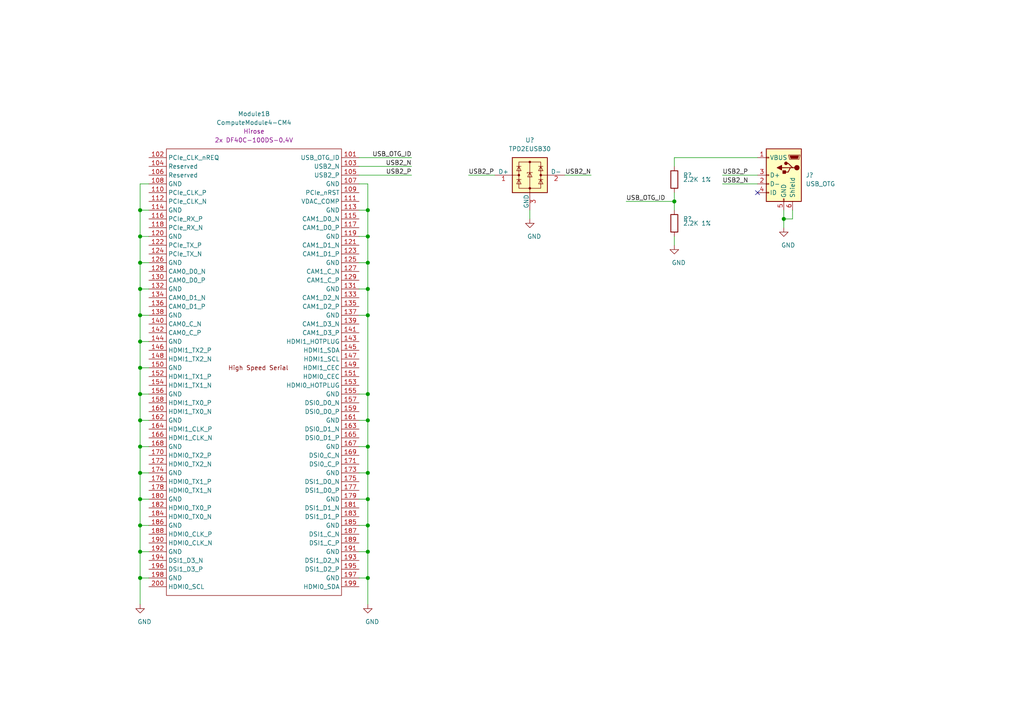
<source format=kicad_sch>
(kicad_sch (version 20201015) (generator eeschema)
  (page 1 3)
  (paper "A4")
  (title_block (title "Raspberry Pi Compute Module 4 Carrier Template") (date "2020-10-31") (rev "v01") (comment 2 "creativecommons.org/licenses/by-sa/4.0") (comment 3 "License: CC BY-SA 4.0") (comment 4 "Author: Shawn Hymel"))
  (lib_symbols
    (symbol "CM4IO:ComputeModule4-CM4"
      (property "Reference" "Module" (at 113.03 -68.58 0))
      (property "Value" "ComputeModule4-CM4" (at 140.97 2.54 0))
      (property "Manufacturer" "Hirose" (at 0 0 0))
      (property "MPN" "2x DF40C-100DS-0.4V" (at 0 -2.54 0))
      (property "MPN (Alt)" "2x DF40HC(3.0)-100DS-0.4V" (at 0 0 0))
      (symbol "ComputeModule4-CM4_1_0"
        (text "GPIO" (at 0 6.35 0) (effects (font (size 1.27 1.27))))
      )
      (symbol "ComputeModule4-CM4_1_1"
        (text "600mA Max" (at -8.89 -53.34 0) (effects (font (size 1.27 1.27))))
        (text "600mA Max" (at -8.89 -48.26 0) (effects (font (size 1.27 1.27))))
        (text "NB SD signals are only available" (at -1.27 -27.94 0) (effects (font (size 1.27 1.27))))
        (text "on modules without eMMC" (at -1.27 -30.48 0) (effects (font (size 1.27 1.27))))
        (rectangle (start -30.48 -71.12) (end 25.4 58.42))
        (pin power_in line (at 27.94 55.88 180) (length 2.54) (name "GND") (number "1"))
        (pin passive line (at -33.02 45.72 0) (length 2.54) (name "Ethernet_Pair0_N") (number "10"))
        (pin output line (at -33.02 -68.58 0) (length 2.54) (name "nEXTRST") (number "100"))
        (pin passive line (at 27.94 43.18 180) (length 2.54) (name "Ethernet_Pair2_P") (number "11"))
        (pin passive line (at -33.02 43.18 0) (length 2.54) (name "Ethernet_Pair0_P") (number "12"))
        (pin power_in line (at 27.94 40.64 180) (length 2.54) (name "GND") (number "13"))
        (pin power_in line (at -33.02 40.64 0) (length 2.54) (name "GND") (number "14"))
        (pin output line (at 27.94 38.1 180) (length 2.54) (name "Ethernet_nLED3(3.3v)") (number "15"))
        (pin input line (at -33.02 38.1 0) (length 2.54) (name "Ethernet_SYNC_IN(1.8v)") (number "16"))
        (pin output line (at 27.94 35.56 180) (length 2.54) (name "Ethernet_nLED2(3.3v)") (number "17"))
        (pin input line (at -33.02 35.56 0) (length 2.54) (name "Ethernet_SYNC_OUT(1.8v)") (number "18"))
        (pin output line (at 27.94 33.02 180) (length 2.54) (name "Ethernet_nLED1(3.3v)") (number "19"))
        (pin power_in line (at -33.02 55.88 0) (length 2.54) (name "GND") (number "2"))
        (pin passive line (at -33.02 33.02 0) (length 2.54) (name "EEPROM_nWP") (number "20"))
        (pin open_collector line (at 27.94 30.48 180) (length 2.54) (name "PI_nLED_Activity") (number "21"))
        (pin power_in line (at -33.02 30.48 0) (length 2.54) (name "GND") (number "22"))
        (pin power_in line (at 27.94 27.94 180) (length 2.54) (name "GND") (number "23"))
        (pin passive line (at -33.02 27.94 0) (length 2.54) (name "GPIO26") (number "24"))
        (pin passive line (at 27.94 25.4 180) (length 2.54) (name "GPIO21") (number "25"))
        (pin passive line (at -33.02 25.4 0) (length 2.54) (name "GPIO19") (number "26"))
        (pin passive line (at 27.94 22.86 180) (length 2.54) (name "GPIO20") (number "27"))
        (pin passive line (at -33.02 22.86 0) (length 2.54) (name "GPIO13") (number "28"))
        (pin passive line (at 27.94 20.32 180) (length 2.54) (name "GPIO16") (number "29"))
        (pin passive line (at 27.94 53.34 180) (length 2.54) (name "Ethernet_Pair3_P") (number "3"))
        (pin passive line (at -33.02 20.32 0) (length 2.54) (name "GPIO6") (number "30"))
        (pin passive line (at 27.94 17.78 180) (length 2.54) (name "GPIO12") (number "31"))
        (pin power_in line (at -33.02 17.78 0) (length 2.54) (name "GND") (number "32"))
        (pin power_in line (at 27.94 15.24 180) (length 2.54) (name "GND") (number "33"))
        (pin passive line (at -33.02 15.24 0) (length 2.54) (name "GPIO5") (number "34"))
        (pin passive line (at 27.94 12.7 180) (length 2.54) (name "ID_SC") (number "35"))
        (pin passive line (at -33.02 12.7 0) (length 2.54) (name "ID_SD") (number "36"))
        (pin passive line (at 27.94 10.16 180) (length 2.54) (name "GPIO7") (number "37"))
        (pin passive line (at -33.02 10.16 0) (length 2.54) (name "GPIO11") (number "38"))
        (pin passive line (at 27.94 7.62 180) (length 2.54) (name "GPIO8") (number "39"))
        (pin passive line (at -33.02 53.34 0) (length 2.54) (name "Ethernet_Pair1_P") (number "4"))
        (pin passive line (at -33.02 7.62 0) (length 2.54) (name "GPIO9") (number "40"))
        (pin passive line (at 27.94 5.08 180) (length 2.54) (name "GPIO25") (number "41"))
        (pin power_in line (at -33.02 5.08 0) (length 2.54) (name "GND") (number "42"))
        (pin power_in line (at 27.94 2.54 180) (length 2.54) (name "GND") (number "43"))
        (pin passive line (at -33.02 2.54 0) (length 2.54) (name "GPIO10") (number "44"))
        (pin passive line (at 27.94 0 180) (length 2.54) (name "GPIO24") (number "45"))
        (pin passive line (at -33.02 0 0) (length 2.54) (name "GPIO22") (number "46"))
        (pin passive line (at 27.94 -2.54 180) (length 2.54) (name "GPIO23") (number "47"))
        (pin passive line (at -33.02 -2.54 0) (length 2.54) (name "GPIO27") (number "48"))
        (pin passive line (at 27.94 -5.08 180) (length 2.54) (name "GPIO18") (number "49"))
        (pin passive line (at 27.94 50.8 180) (length 2.54) (name "Ethernet_Pair3_N") (number "5"))
        (pin passive line (at -33.02 -5.08 0) (length 2.54) (name "GPIO17") (number "50"))
        (pin passive line (at 27.94 -7.62 180) (length 2.54) (name "GPIO15") (number "51"))
        (pin power_in line (at -33.02 -7.62 0) (length 2.54) (name "GND") (number "52"))
        (pin power_in line (at 27.94 -10.16 180) (length 2.54) (name "GND") (number "53"))
        (pin passive line (at -33.02 -10.16 0) (length 2.54) (name "GPIO4") (number "54"))
        (pin passive line (at 27.94 -12.7 180) (length 2.54) (name "GPIO14") (number "55"))
        (pin passive line (at -33.02 -12.7 0) (length 2.54) (name "GPIO3") (number "56"))
        (pin passive line (at 27.94 -15.24 180) (length 2.54) (name "SD_CLK") (number "57"))
        (pin passive line (at -33.02 -15.24 0) (length 2.54) (name "GPIO2") (number "58"))
        (pin power_in line (at 27.94 -17.78 180) (length 2.54) (name "GND") (number "59"))
        (pin passive line (at -33.02 50.8 0) (length 2.54) (name "Ethernet_Pair1_N") (number "6"))
        (pin power_in line (at -33.02 -17.78 0) (length 2.54) (name "GND") (number "60"))
        (pin passive line (at 27.94 -20.32 180) (length 2.54) (name "SD_DAT3") (number "61"))
        (pin passive line (at -33.02 -20.32 0) (length 2.54) (name "SD_CMD") (number "62"))
        (pin passive line (at 27.94 -22.86 180) (length 2.54) (name "SD_DAT0") (number "63"))
        (pin passive line (at -33.02 -22.86 0) (length 2.54) (name "SD_DAT5") (number "64"))
        (pin power_in line (at 27.94 -25.4 180) (length 2.54) (name "GND") (number "65"))
        (pin power_in line (at -33.02 -25.4 0) (length 2.54) (name "GND") (number "66"))
        (pin passive line (at 27.94 -27.94 180) (length 2.54) (name "SD_DAT1") (number "67"))
        (pin passive line (at -33.02 -27.94 0) (length 2.54) (name "SD_DAT4") (number "68"))
        (pin passive line (at 27.94 -30.48 180) (length 2.54) (name "SD_DAT2") (number "69"))
        (pin power_in line (at 27.94 48.26 180) (length 2.54) (name "GND") (number "7"))
        (pin passive line (at -33.02 -30.48 0) (length 2.54) (name "SD_DAT7") (number "70"))
        (pin power_in line (at 27.94 -33.02 180) (length 2.54) (name "GND") (number "71"))
        (pin passive line (at -33.02 -33.02 0) (length 2.54) (name "SD_DAT6") (number "72"))
        (pin input line (at 27.94 -35.56 180) (length 2.54) (name "SD_VDD_Override") (number "73"))
        (pin power_in line (at -33.02 -35.56 0) (length 2.54) (name "GND") (number "74"))
        (pin output line (at 27.94 -38.1 180) (length 2.54) (name "SD_PWR_ON") (number "75"))
        (pin passive line (at -33.02 -38.1 0) (length 2.54) (name "Reserved") (number "76"))
        (pin power_in line (at 27.94 -40.64 180) (length 2.54) (name "+5v_(Input)") (number "77"))
        (pin power_in line (at -33.02 -40.64 0) (length 2.54) (name "GPIO_VREF(1.8v/3.3v_Input)") (number "78"))
        (pin power_in line (at 27.94 -43.18 180) (length 2.54) (name "+5v_(Input)") (number "79"))
        (pin power_in line (at -33.02 48.26 0) (length 2.54) (name "GND") (number "8"))
        (pin passive line (at -33.02 -43.18 0) (length 2.54) (name "SCL0") (number "80"))
        (pin power_in line (at 27.94 -45.72 180) (length 2.54) (name "+5v_(Input)") (number "81"))
        (pin passive line (at -33.02 -45.72 0) (length 2.54) (name "SDA0") (number "82"))
        (pin power_in line (at 27.94 -48.26 180) (length 2.54) (name "+5v_(Input)") (number "83"))
        (pin power_out line (at -33.02 -48.26 0) (length 2.54) (name "+3.3v_(Output)") (number "84"))
        (pin power_in line (at 27.94 -50.8 180) (length 2.54) (name "+5v_(Input)") (number "85"))
        (pin power_out line (at -33.02 -50.8 0) (length 2.54) (name "+3.3v_(Output)") (number "86"))
        (pin power_in line (at 27.94 -53.34 180) (length 2.54) (name "+5v_(Input)") (number "87"))
        (pin power_out line (at -33.02 -53.34 0) (length 2.54) (name "+1.8v_(Output)") (number "88"))
        (pin power_in line (at 27.94 -55.88 180) (length 2.54) (name "WiFi_nDisable") (number "89"))
        (pin passive line (at 27.94 45.72 180) (length 2.54) (name "Ethernet_Pair2_N") (number "9"))
        (pin power_out line (at -33.02 -55.88 0) (length 2.54) (name "+1.8v_(Output)") (number "90"))
        (pin power_in line (at 27.94 -58.42 180) (length 2.54) (name "BT_nDisable") (number "91"))
        (pin passive line (at -33.02 -58.42 0) (length 2.54) (name "RUN_PG") (number "92"))
        (pin input line (at 27.94 -60.96 180) (length 2.54) (name "nRPIBOOT") (number "93"))
        (pin passive line (at -33.02 -60.96 0) (length 2.54) (name "AnalogIP0") (number "94"))
        (pin output line (at 27.94 -63.5 180) (length 2.54) (name "nPI_LED_PWR") (number "95"))
        (pin passive line (at -33.02 -63.5 0) (length 2.54) (name "AnalogIP1") (number "96"))
        (pin passive line (at 27.94 -66.04 180) (length 2.54) (name "Camera_GPIO") (number "97"))
        (pin power_in line (at -33.02 -66.04 0) (length 2.54) (name "GND") (number "98"))
        (pin input line (at 27.94 -68.58 180) (length 2.54) (name "Global_EN") (number "99"))
      )
      (symbol "ComputeModule4-CM4_2_1"
        (text "High Speed Serial" (at 140.97 0 0) (effects (font (size 1.27 1.27))))
        (rectangle (start 114.3 -66.04) (end 165.1 63.5))
        (pin input line (at 170.18 60.96 180) (length 5.08) (name "USB_OTG_ID") (number "101"))
        (pin input line (at 109.22 60.96 0) (length 5.08) (name "PCIe_CLK_nREQ") (number "102"))
        (pin passive line (at 170.18 58.42 180) (length 5.08) (name "USB2_N") (number "103"))
        (pin passive line (at 109.22 58.42 0) (length 5.08) (name "Reserved") (number "104"))
        (pin passive line (at 170.18 55.88 180) (length 5.08) (name "USB2_P") (number "105"))
        (pin passive line (at 109.22 55.88 0) (length 5.08) (name "Reserved") (number "106"))
        (pin power_in line (at 170.18 53.34 180) (length 5.08) (name "GND") (number "107"))
        (pin power_in line (at 109.22 53.34 0) (length 5.08) (name "GND") (number "108"))
        (pin bidirectional line (at 170.18 50.8 180) (length 5.08) (name "PCIe_nRST") (number "109"))
        (pin output line (at 109.22 50.8 0) (length 5.08) (name "PCIe_CLK_P") (number "110"))
        (pin passive line (at 170.18 48.26 180) (length 5.08) (name "VDAC_COMP") (number "111"))
        (pin output line (at 109.22 48.26 0) (length 5.08) (name "PCIe_CLK_N") (number "112"))
        (pin power_in line (at 170.18 45.72 180) (length 5.08) (name "GND") (number "113"))
        (pin power_in line (at 109.22 45.72 0) (length 5.08) (name "GND") (number "114"))
        (pin input line (at 170.18 43.18 180) (length 5.08) (name "CAM1_D0_N") (number "115"))
        (pin input line (at 109.22 43.18 0) (length 5.08) (name "PCIe_RX_P") (number "116"))
        (pin input line (at 170.18 40.64 180) (length 5.08) (name "CAM1_D0_P") (number "117"))
        (pin input line (at 109.22 40.64 0) (length 5.08) (name "PCIe_RX_N") (number "118"))
        (pin power_in line (at 170.18 38.1 180) (length 5.08) (name "GND") (number "119"))
        (pin power_in line (at 109.22 38.1 0) (length 5.08) (name "GND") (number "120"))
        (pin input line (at 170.18 35.56 180) (length 5.08) (name "CAM1_D1_N") (number "121"))
        (pin output line (at 109.22 35.56 0) (length 5.08) (name "PCIe_TX_P") (number "122"))
        (pin input line (at 170.18 33.02 180) (length 5.08) (name "CAM1_D1_P") (number "123"))
        (pin output line (at 109.22 33.02 0) (length 5.08) (name "PCIe_TX_N") (number "124"))
        (pin power_in line (at 170.18 30.48 180) (length 5.08) (name "GND") (number "125"))
        (pin power_in line (at 109.22 30.48 0) (length 5.08) (name "GND") (number "126"))
        (pin input line (at 170.18 27.94 180) (length 5.08) (name "CAM1_C_N") (number "127"))
        (pin input line (at 109.22 27.94 0) (length 5.08) (name "CAM0_D0_N") (number "128"))
        (pin input line (at 170.18 25.4 180) (length 5.08) (name "CAM1_C_P") (number "129"))
        (pin input line (at 109.22 25.4 0) (length 5.08) (name "CAM0_D0_P") (number "130"))
        (pin power_in line (at 170.18 22.86 180) (length 5.08) (name "GND") (number "131"))
        (pin power_in line (at 109.22 22.86 0) (length 5.08) (name "GND") (number "132"))
        (pin input line (at 170.18 20.32 180) (length 5.08) (name "CAM1_D2_N") (number "133"))
        (pin input line (at 109.22 20.32 0) (length 5.08) (name "CAM0_D1_N") (number "134"))
        (pin input line (at 170.18 17.78 180) (length 5.08) (name "CAM1_D2_P") (number "135"))
        (pin input line (at 109.22 17.78 0) (length 5.08) (name "CAM0_D1_P") (number "136"))
        (pin power_in line (at 170.18 15.24 180) (length 5.08) (name "GND") (number "137"))
        (pin power_in line (at 109.22 15.24 0) (length 5.08) (name "GND") (number "138"))
        (pin input line (at 170.18 12.7 180) (length 5.08) (name "CAM1_D3_N") (number "139"))
        (pin input line (at 109.22 12.7 0) (length 5.08) (name "CAM0_C_N") (number "140"))
        (pin input line (at 170.18 10.16 180) (length 5.08) (name "CAM1_D3_P") (number "141"))
        (pin input line (at 109.22 10.16 0) (length 5.08) (name "CAM0_C_P") (number "142"))
        (pin input line (at 170.18 7.62 180) (length 5.08) (name "HDMI1_HOTPLUG") (number "143"))
        (pin power_in line (at 109.22 7.62 0) (length 5.08) (name "GND") (number "144"))
        (pin bidirectional line (at 170.18 5.08 180) (length 5.08) (name "HDMI1_SDA") (number "145"))
        (pin output line (at 109.22 5.08 0) (length 5.08) (name "HDMI1_TX2_P") (number "146"))
        (pin open_collector line (at 170.18 2.54 180) (length 5.08) (name "HDMI1_SCL") (number "147"))
        (pin output line (at 109.22 2.54 0) (length 5.08) (name "HDMI1_TX2_N") (number "148"))
        (pin open_collector line (at 170.18 0 180) (length 5.08) (name "HDMI1_CEC") (number "149"))
        (pin power_in line (at 109.22 0 0) (length 5.08) (name "GND") (number "150"))
        (pin open_collector line (at 170.18 -2.54 180) (length 5.08) (name "HDMI0_CEC") (number "151"))
        (pin output line (at 109.22 -2.54 0) (length 5.08) (name "HDMI1_TX1_P") (number "152"))
        (pin input line (at 170.18 -5.08 180) (length 5.08) (name "HDMI0_HOTPLUG") (number "153"))
        (pin output line (at 109.22 -5.08 0) (length 5.08) (name "HDMI1_TX1_N") (number "154"))
        (pin power_in line (at 170.18 -7.62 180) (length 5.08) (name "GND") (number "155"))
        (pin power_in line (at 109.22 -7.62 0) (length 5.08) (name "GND") (number "156"))
        (pin output line (at 170.18 -10.16 180) (length 5.08) (name "DSI0_D0_N") (number "157"))
        (pin output line (at 109.22 -10.16 0) (length 5.08) (name "HDMI1_TX0_P") (number "158"))
        (pin output line (at 170.18 -12.7 180) (length 5.08) (name "DSI0_D0_P") (number "159"))
        (pin output line (at 109.22 -12.7 0) (length 5.08) (name "HDMI1_TX0_N") (number "160"))
        (pin power_in line (at 170.18 -15.24 180) (length 5.08) (name "GND") (number "161"))
        (pin power_in line (at 109.22 -15.24 0) (length 5.08) (name "GND") (number "162"))
        (pin output line (at 170.18 -17.78 180) (length 5.08) (name "DSI0_D1_N") (number "163"))
        (pin output line (at 109.22 -17.78 0) (length 5.08) (name "HDMI1_CLK_P") (number "164"))
        (pin output line (at 170.18 -20.32 180) (length 5.08) (name "DSI0_D1_P") (number "165"))
        (pin output line (at 109.22 -20.32 0) (length 5.08) (name "HDMI1_CLK_N") (number "166"))
        (pin power_in line (at 170.18 -22.86 180) (length 5.08) (name "GND") (number "167"))
        (pin power_in line (at 109.22 -22.86 0) (length 5.08) (name "GND") (number "168"))
        (pin output line (at 170.18 -25.4 180) (length 5.08) (name "DSI0_C_N") (number "169"))
        (pin output line (at 109.22 -25.4 0) (length 5.08) (name "HDMI0_TX2_P") (number "170"))
        (pin output line (at 170.18 -27.94 180) (length 5.08) (name "DSI0_C_P") (number "171"))
        (pin output line (at 109.22 -27.94 0) (length 5.08) (name "HDMI0_TX2_N") (number "172"))
        (pin power_in line (at 170.18 -30.48 180) (length 5.08) (name "GND") (number "173"))
        (pin power_in line (at 109.22 -30.48 0) (length 5.08) (name "GND") (number "174"))
        (pin output line (at 170.18 -33.02 180) (length 5.08) (name "DSI1_D0_N") (number "175"))
        (pin output line (at 109.22 -33.02 0) (length 5.08) (name "HDMI0_TX1_P") (number "176"))
        (pin output line (at 170.18 -35.56 180) (length 5.08) (name "DSI1_D0_P") (number "177"))
        (pin output line (at 109.22 -35.56 0) (length 5.08) (name "HDMI0_TX1_N") (number "178"))
        (pin power_in line (at 170.18 -38.1 180) (length 5.08) (name "GND") (number "179"))
        (pin power_in line (at 109.22 -38.1 0) (length 5.08) (name "GND") (number "180"))
        (pin output line (at 170.18 -40.64 180) (length 5.08) (name "DSI1_D1_N") (number "181"))
        (pin output line (at 109.22 -40.64 0) (length 5.08) (name "HDMI0_TX0_P") (number "182"))
        (pin output line (at 170.18 -43.18 180) (length 5.08) (name "DSI1_D1_P") (number "183"))
        (pin output line (at 109.22 -43.18 0) (length 5.08) (name "HDMI0_TX0_N") (number "184"))
        (pin power_in line (at 170.18 -45.72 180) (length 5.08) (name "GND") (number "185"))
        (pin power_in line (at 109.22 -45.72 0) (length 5.08) (name "GND") (number "186"))
        (pin output line (at 170.18 -48.26 180) (length 5.08) (name "DSI1_C_N") (number "187"))
        (pin output line (at 109.22 -48.26 0) (length 5.08) (name "HDMI0_CLK_P") (number "188"))
        (pin output line (at 170.18 -50.8 180) (length 5.08) (name "DSI1_C_P") (number "189"))
        (pin output line (at 109.22 -50.8 0) (length 5.08) (name "HDMI0_CLK_N") (number "190"))
        (pin power_in line (at 170.18 -53.34 180) (length 5.08) (name "GND") (number "191"))
        (pin power_in line (at 109.22 -53.34 0) (length 5.08) (name "GND") (number "192"))
        (pin output line (at 170.18 -55.88 180) (length 5.08) (name "DSI1_D2_N") (number "193"))
        (pin output line (at 109.22 -55.88 0) (length 5.08) (name "DSI1_D3_N") (number "194"))
        (pin output line (at 170.18 -58.42 180) (length 5.08) (name "DSI1_D2_P") (number "195"))
        (pin output line (at 109.22 -58.42 0) (length 5.08) (name "DSI1_D3_P") (number "196"))
        (pin power_in line (at 170.18 -60.96 180) (length 5.08) (name "GND") (number "197"))
        (pin power_in line (at 109.22 -60.96 0) (length 5.08) (name "GND") (number "198"))
        (pin bidirectional line (at 170.18 -63.5 180) (length 5.08) (name "HDMI0_SDA") (number "199"))
        (pin open_collector line (at 109.22 -63.5 0) (length 5.08) (name "HDMI0_SCL") (number "200"))
      )
    )
    (symbol "Connector:USB_OTG" (pin_names (offset 1.016))
      (property "Reference" "J" (at -5.08 11.43 0))
      (property "Value" "USB_OTG" (at -5.08 8.89 0))
      (symbol "USB_OTG_0_1"
        (circle (center -3.81 2.159) (radius 0.635) (stroke (width 0.254)) (fill (type outline)))
        (circle (center -0.635 3.429) (radius 0.381) (stroke (width 0.254)) (fill (type outline)))
        (rectangle (start -5.08 -7.62) (end 5.08 7.62) (stroke (width 0.254)) (fill (type background)))
        (rectangle (start -0.127 -7.62) (end 0.127 -6.858))
        (rectangle (start 0.254 1.27) (end -0.508 0.508) (stroke (width 0.254)) (fill (type outline)))
        (rectangle (start 5.08 -5.207) (end 4.318 -4.953))
        (rectangle (start 5.08 -2.667) (end 4.318 -2.413))
        (rectangle (start 5.08 -0.127) (end 4.318 0.127))
        (rectangle (start 5.08 4.953) (end 4.318 5.207))
        (polyline (pts (xy -1.905 2.159) (xy 0.635 2.159)) (stroke (width 0.254)))
        (polyline (pts (xy -3.175 2.159) (xy -2.54 2.159) (xy -1.27 3.429) (xy -0.635 3.429)) (stroke (width 0.254)))
        (polyline (pts (xy -2.54 2.159) (xy -1.905 2.159) (xy -1.27 0.889) (xy 0 0.889)) (stroke (width 0.254)))
        (polyline (pts (xy 0.635 2.794) (xy 0.635 1.524) (xy 1.905 2.159) (xy 0.635 2.794)) (stroke (width 0.254)) (fill (type outline)))
        (polyline (pts (xy -4.318 5.588) (xy -1.778 5.588) (xy -2.032 4.826) (xy -4.064 4.826) (xy -4.318 5.588)) (fill (type outline)))
        (polyline (pts (xy -4.699 5.842) (xy -4.699 5.588) (xy -4.445 4.826) (xy -4.445 4.572) (xy -1.651 4.572) (xy -1.651 4.826) (xy -1.397 5.588) (xy -1.397 5.842) (xy -4.699 5.842)))
      )
      (symbol "USB_OTG_1_1"
        (pin passive line (at 7.62 5.08 180) (length 2.54) (name "VBUS") (number "1"))
        (pin bidirectional line (at 7.62 -2.54 180) (length 2.54) (name "D-") (number "2"))
        (pin bidirectional line (at 7.62 0 180) (length 2.54) (name "D+") (number "3"))
        (pin passive line (at 7.62 -5.08 180) (length 2.54) (name "ID") (number "4"))
        (pin passive line (at 0 -10.16 90) (length 2.54) (name "GND") (number "5"))
        (pin passive line (at -2.54 -10.16 90) (length 2.54) (name "Shield") (number "6"))
      )
    )
    (symbol "Device:R" (pin_numbers hide) (pin_names (offset 0))
      (property "Reference" "R" (at 2.032 0 90))
      (property "Value" "R" (at 0 0 90))
      (symbol "R_0_1"
        (rectangle (start -1.016 -2.54) (end 1.016 2.54) (stroke (width 0.254)))
      )
      (symbol "R_1_1"
        (pin passive line (at 0 3.81 270) (length 1.27) (name "~") (number "1"))
        (pin passive line (at 0 -3.81 90) (length 1.27) (name "~") (number "2"))
      )
    )
    (symbol "Power_Protection:TPD2EUSB30" (pin_names (offset 0))
      (property "Reference" "U" (at 0 6.35 0))
      (property "Value" "TPD2EUSB30" (at 7.62 -7.62 0))
      (symbol "TPD2EUSB30_0_1"
        (circle (center -3.175 0) (radius 0.2794) (fill (type outline)))
        (circle (center 0 -3.81) (radius 0.2794) (fill (type outline)))
        (circle (center 0 3.81) (radius 0.2794) (fill (type outline)))
        (circle (center 3.175 0) (radius 0.2794) (fill (type outline)))
        (rectangle (start -5.08 5.08) (end 5.08 -5.08) (stroke (width 0.254)) (fill (type background)))
        (rectangle (start -3.175 3.81) (end 3.175 -3.81))
        (polyline (pts (xy -5.08 0) (xy -3.175 0)))
        (polyline (pts (xy -3.81 -1.27) (xy -2.54 -1.27)))
        (polyline (pts (xy -3.81 2.54) (xy -2.54 2.54)))
        (polyline (pts (xy 0 3.81) (xy 0 -5.08)))
        (polyline (pts (xy 2.54 -1.27) (xy 3.81 -1.27)))
        (polyline (pts (xy 2.54 2.54) (xy 3.81 2.54)))
        (polyline (pts (xy 5.08 0) (xy 3.175 0)))
        (polyline (pts (xy 0.762 0.762) (xy -0.762 0.762) (xy -0.762 0.508)))
        (polyline (pts (xy -2.54 -2.54) (xy -3.81 -2.54) (xy -3.175 -1.27) (xy -2.54 -2.54)))
        (polyline (pts (xy -2.54 1.27) (xy -3.81 1.27) (xy -3.175 2.54) (xy -2.54 1.27)))
        (polyline (pts (xy 0.635 -0.508) (xy -0.635 -0.508) (xy 0 0.762) (xy 0.635 -0.508)))
        (polyline (pts (xy 3.81 -2.54) (xy 2.54 -2.54) (xy 3.175 -1.27) (xy 3.81 -2.54)))
        (polyline (pts (xy 3.81 1.27) (xy 2.54 1.27) (xy 3.175 2.54) (xy 3.81 1.27)))
      )
      (symbol "TPD2EUSB30_1_1"
        (pin passive line (at -10.16 0 0) (length 5.08) (name "D+") (number "1"))
        (pin passive line (at 10.16 0 180) (length 5.08) (name "D-") (number "2"))
        (pin passive line (at 0 -10.16 90) (length 5.08) (name "GND") (number "3"))
      )
    )
    (symbol "power:GND" (power) (pin_names (offset 0))
      (property "Value" "GND" (at 0 -3.81 0))
      (symbol "GND_0_1"
        (polyline (pts (xy 0 0) (xy 0 -1.27) (xy 1.27 -1.27) (xy 0 -2.54) (xy -1.27 -1.27) (xy 0 -1.27)))
      )
      (symbol "GND_1_1"
        (pin power_in line (at 0 0 270) (length 0) hide (name "GND") (number "1"))
      )
    )
  )
  (junction (at 40.64 60.96) (diameter 1.016))
  (junction (at 40.64 68.58) (diameter 1.016))
  (junction (at 40.64 76.2) (diameter 1.016))
  (junction (at 40.64 83.82) (diameter 1.016))
  (junction (at 40.64 91.44) (diameter 1.016))
  (junction (at 40.64 99.06) (diameter 1.016))
  (junction (at 40.64 106.68) (diameter 1.016))
  (junction (at 40.64 114.3) (diameter 1.016))
  (junction (at 40.64 121.92) (diameter 1.016))
  (junction (at 40.64 129.54) (diameter 1.016))
  (junction (at 40.64 137.16) (diameter 1.016))
  (junction (at 40.64 144.78) (diameter 1.016))
  (junction (at 40.64 152.4) (diameter 1.016))
  (junction (at 40.64 160.02) (diameter 1.016))
  (junction (at 40.64 167.64) (diameter 1.016))
  (junction (at 106.68 60.96) (diameter 1.016))
  (junction (at 106.68 68.58) (diameter 1.016))
  (junction (at 106.68 76.2) (diameter 1.016))
  (junction (at 106.68 83.82) (diameter 1.016))
  (junction (at 106.68 91.44) (diameter 1.016))
  (junction (at 106.68 114.3) (diameter 1.016))
  (junction (at 106.68 121.92) (diameter 1.016))
  (junction (at 106.68 129.54) (diameter 1.016))
  (junction (at 106.68 137.16) (diameter 1.016))
  (junction (at 106.68 144.78) (diameter 1.016))
  (junction (at 106.68 152.4) (diameter 1.016))
  (junction (at 106.68 160.02) (diameter 1.016))
  (junction (at 106.68 167.64) (diameter 1.016))
  (junction (at 195.58 58.42) (diameter 1.016))
  (junction (at 227.33 63.5) (diameter 1.016))
  (no_connect (at 219.71 55.88))
  (wire (pts (xy 40.64 53.34) (xy 40.64 60.96)))
  (wire (pts (xy 40.64 53.34) (xy 43.18 53.34)))
  (wire (pts (xy 40.64 60.96) (xy 40.64 68.58)))
  (wire (pts (xy 40.64 60.96) (xy 43.18 60.96)))
  (wire (pts (xy 40.64 68.58) (xy 40.64 76.2)))
  (wire (pts (xy 40.64 68.58) (xy 43.18 68.58)))
  (wire (pts (xy 40.64 76.2) (xy 40.64 83.82)))
  (wire (pts (xy 40.64 76.2) (xy 43.18 76.2)))
  (wire (pts (xy 40.64 83.82) (xy 40.64 91.44)))
  (wire (pts (xy 40.64 83.82) (xy 43.18 83.82)))
  (wire (pts (xy 40.64 91.44) (xy 40.64 99.06)))
  (wire (pts (xy 40.64 91.44) (xy 43.18 91.44)))
  (wire (pts (xy 40.64 99.06) (xy 40.64 106.68)))
  (wire (pts (xy 40.64 99.06) (xy 43.18 99.06)))
  (wire (pts (xy 40.64 106.68) (xy 40.64 114.3)))
  (wire (pts (xy 40.64 106.68) (xy 43.18 106.68)))
  (wire (pts (xy 40.64 114.3) (xy 40.64 121.92)))
  (wire (pts (xy 40.64 114.3) (xy 43.18 114.3)))
  (wire (pts (xy 40.64 121.92) (xy 40.64 129.54)))
  (wire (pts (xy 40.64 121.92) (xy 43.18 121.92)))
  (wire (pts (xy 40.64 129.54) (xy 40.64 137.16)))
  (wire (pts (xy 40.64 129.54) (xy 43.18 129.54)))
  (wire (pts (xy 40.64 137.16) (xy 40.64 144.78)))
  (wire (pts (xy 40.64 137.16) (xy 43.18 137.16)))
  (wire (pts (xy 40.64 144.78) (xy 40.64 152.4)))
  (wire (pts (xy 40.64 144.78) (xy 43.18 144.78)))
  (wire (pts (xy 40.64 152.4) (xy 40.64 160.02)))
  (wire (pts (xy 40.64 152.4) (xy 43.18 152.4)))
  (wire (pts (xy 40.64 160.02) (xy 40.64 167.64)))
  (wire (pts (xy 40.64 160.02) (xy 43.18 160.02)))
  (wire (pts (xy 40.64 167.64) (xy 40.64 175.26)))
  (wire (pts (xy 40.64 167.64) (xy 43.18 167.64)))
  (wire (pts (xy 104.14 45.72) (xy 119.38 45.72)))
  (wire (pts (xy 104.14 48.26) (xy 119.38 48.26)))
  (wire (pts (xy 104.14 50.8) (xy 119.38 50.8)))
  (wire (pts (xy 104.14 53.34) (xy 106.68 53.34)))
  (wire (pts (xy 104.14 60.96) (xy 106.68 60.96)))
  (wire (pts (xy 104.14 68.58) (xy 106.68 68.58)))
  (wire (pts (xy 104.14 76.2) (xy 106.68 76.2)))
  (wire (pts (xy 104.14 83.82) (xy 106.68 83.82)))
  (wire (pts (xy 104.14 91.44) (xy 106.68 91.44)))
  (wire (pts (xy 104.14 114.3) (xy 106.68 114.3)))
  (wire (pts (xy 104.14 121.92) (xy 106.68 121.92)))
  (wire (pts (xy 104.14 129.54) (xy 106.68 129.54)))
  (wire (pts (xy 104.14 137.16) (xy 106.68 137.16)))
  (wire (pts (xy 104.14 144.78) (xy 106.68 144.78)))
  (wire (pts (xy 104.14 152.4) (xy 106.68 152.4)))
  (wire (pts (xy 104.14 160.02) (xy 106.68 160.02)))
  (wire (pts (xy 104.14 167.64) (xy 106.68 167.64)))
  (wire (pts (xy 106.68 53.34) (xy 106.68 60.96)))
  (wire (pts (xy 106.68 60.96) (xy 106.68 68.58)))
  (wire (pts (xy 106.68 68.58) (xy 106.68 76.2)))
  (wire (pts (xy 106.68 76.2) (xy 106.68 83.82)))
  (wire (pts (xy 106.68 83.82) (xy 106.68 91.44)))
  (wire (pts (xy 106.68 91.44) (xy 106.68 114.3)))
  (wire (pts (xy 106.68 114.3) (xy 106.68 121.92)))
  (wire (pts (xy 106.68 121.92) (xy 106.68 129.54)))
  (wire (pts (xy 106.68 129.54) (xy 106.68 137.16)))
  (wire (pts (xy 106.68 137.16) (xy 106.68 144.78)))
  (wire (pts (xy 106.68 144.78) (xy 106.68 152.4)))
  (wire (pts (xy 106.68 152.4) (xy 106.68 160.02)))
  (wire (pts (xy 106.68 160.02) (xy 106.68 167.64)))
  (wire (pts (xy 106.68 167.64) (xy 106.68 175.26)))
  (wire (pts (xy 135.89 50.8) (xy 143.51 50.8)))
  (wire (pts (xy 153.67 60.96) (xy 153.67 63.5)))
  (wire (pts (xy 163.83 50.8) (xy 171.45 50.8)))
  (wire (pts (xy 181.61 58.42) (xy 195.58 58.42)))
  (wire (pts (xy 195.58 45.72) (xy 195.58 48.26)))
  (wire (pts (xy 195.58 45.72) (xy 219.71 45.72)))
  (wire (pts (xy 195.58 55.88) (xy 195.58 58.42)))
  (wire (pts (xy 195.58 58.42) (xy 195.58 60.96)))
  (wire (pts (xy 195.58 68.58) (xy 195.58 71.12)))
  (wire (pts (xy 209.55 50.8) (xy 219.71 50.8)))
  (wire (pts (xy 209.55 53.34) (xy 219.71 53.34)))
  (wire (pts (xy 227.33 60.96) (xy 227.33 63.5)))
  (wire (pts (xy 227.33 63.5) (xy 227.33 66.04)))
  (wire (pts (xy 229.87 60.96) (xy 229.87 63.5)))
  (wire (pts (xy 229.87 63.5) (xy 227.33 63.5)))
  (label "USB_OTG_ID" (at 119.38 45.72 180))
  (label "USB2_N" (at 119.38 48.26 180))
  (label "USB2_P" (at 119.38 50.8 180))
  (label "USB2_P" (at 135.89 50.8 0))
  (label "USB2_N" (at 171.45 50.8 180))
  (label "USB_OTG_ID" (at 181.61 58.42 0))
  (label "USB2_P" (at 209.55 50.8 0))
  (label "USB2_N" (at 209.55 53.34 0))
  (symbol (lib_id "power:GND") (at 40.64 175.26 0) (unit 1)
    (property "Reference" "#PWR?" (effects hide))
    (property "Value" "GND" (at 41.91 180.34 0))
  )
  (symbol (lib_id "power:GND") (at 106.68 175.26 0) (unit 1)
    (property "Reference" "#PWR?" (effects hide))
    (property "Value" "GND" (at 107.95 180.34 0))
  )
  (symbol (lib_id "power:GND") (at 153.67 63.5 0) (unit 1)
    (property "Reference" "#PWR?" (effects hide))
    (property "Value" "GND" (at 154.94 68.58 0))
  )
  (symbol (lib_id "power:GND") (at 195.58 71.12 0) (unit 1)
    (property "Reference" "#PWR?" (effects hide))
    (property "Value" "GND" (at 196.85 76.2 0))
  )
  (symbol (lib_id "power:GND") (at 227.33 66.04 0) (unit 1)
    (property "Reference" "#PWR?" (effects hide))
    (property "Value" "GND" (at 228.6 71.12 0))
  )
  (symbol (lib_id "Device:R") (at 195.58 52.07 0) (unit 1)
    (property "Reference" "R?" (at 198.12 50.8 0) (effects (justify left)))
    (property "Value" "2.2K 1%" (at 198.12 52.07 0) (effects (justify left)))
    (property "Footprint" "Resistor_SMD:R_0603_1608Metric_Pad0.98x0.95mm_HandSolder" (effects hide))
    (property "Manufacturer" "Yageo" (effects hide))
    (property "MPN" "RC0603FR-072K2L" (effects hide))
    (property "Digi-Key_PN" "311-2.20KHRCT-ND" (effects hide))
  )
  (symbol (lib_id "Device:R") (at 195.58 64.77 0) (unit 1)
    (property "Reference" "R?" (at 198.12 63.5 0) (effects (justify left)))
    (property "Value" "2.2K 1%" (at 198.12 64.77 0) (effects (justify left)))
    (property "Footprint" "Resistor_SMD:R_0603_1608Metric_Pad0.98x0.95mm_HandSolder" (effects hide))
    (property "Manufacturer" "Yageo" (effects hide))
    (property "MPN" "RC0603FR-072K2L" (effects hide))
    (property "Digi-Key_PN" "311-2.20KHRCT-ND" (effects hide))
  )
  (symbol (lib_id "Connector:USB_OTG") (at 227.33 50.8 0) (mirror y) (unit 1)
    (property "Reference" "J?" (at 233.68 50.8 0) (effects (justify right)))
    (property "Value" "USB_OTG" (at 233.68 53.34 0) (effects (justify right)))
    (property "Footprint" "CM4IO:USB_Micro-B_EDAC_UCON00686" (effects hide))
    (property "Datasheet" " ~" (effects hide))
    (property "Manufacturer" "Amphenol ICC (FCI)" (effects hide))
    (property "MPN" "10103594-0001LF" (effects hide))
    (property "Digi-Key_PN" "609-4050-1-ND" (effects hide))
  )
  (symbol (lib_id "Power_Protection:TPD2EUSB30") (at 153.67 50.8 0) (unit 1)
    (property "Reference" "U?" (at 153.67 40.64 0))
    (property "Value" "TPD2EUSB30" (at 153.67 43.18 0))
    (property "Footprint" "Package_TO_SOT_SMD:Texas_DRT-3" (effects hide))
    (property "Datasheet" "http://www.ti.com/lit/ds/symlink/tpd2eusb30a.pdf" (effects hide))
    (property "Manufacturer" "Texas Instruments" (effects hide))
    (property "MPN" "TPD2EUSB30DRTR" (effects hide))
    (property "Digi-Key_PN" "296-25509-1-ND" (effects hide))
  )
  (symbol (lib_id "CM4IO:ComputeModule4-CM4") (at -66.04 106.68 0) (unit 2)
    (property "Reference" "Module1" (at 73.66 33.02 0))
    (property "Value" "ComputeModule4-CM4" (at 73.66 35.56 0))
    (property "Footprint" "CM4IO:Raspberry-Pi-4-Compute-Module" (effects hide))
    (property "Field4" "Hirose" (at 73.66 38.1 0))
    (property "Field5" "2x DF40C-100DS-0.4V" (at 73.66 40.64 0))
    (property "Digi-Key_PN" "2x H11615CT-ND" (effects hide))
    (property "Digi-Key_PN (Alt)" "2x H124602CT-ND" (effects hide))
  )
)
</source>
